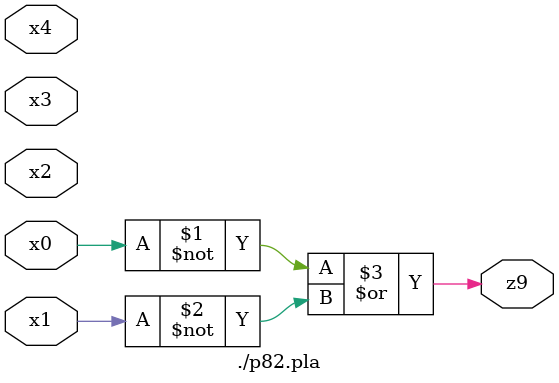
<source format=v>

module \./p82.pla  ( 
    x0, x1, x2, x3, x4,
    z9  );
  input  x0, x1, x2, x3, x4;
  output z9;
  assign z9 = ~x0 | ~x1;
endmodule



</source>
